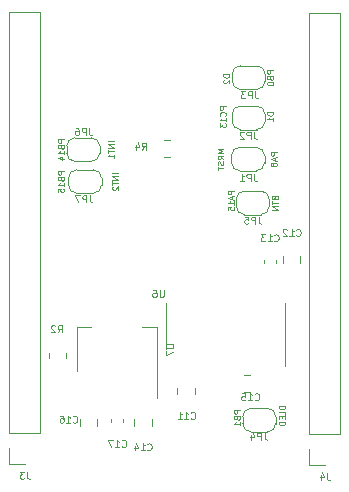
<source format=gbr>
%TF.GenerationSoftware,KiCad,Pcbnew,(5.1.12)-1*%
%TF.CreationDate,2022-08-03T23:35:14+02:00*%
%TF.ProjectId,stm32l-mcu-board,73746d33-326c-42d6-9d63-752d626f6172,rev?*%
%TF.SameCoordinates,Original*%
%TF.FileFunction,Legend,Bot*%
%TF.FilePolarity,Positive*%
%FSLAX46Y46*%
G04 Gerber Fmt 4.6, Leading zero omitted, Abs format (unit mm)*
G04 Created by KiCad (PCBNEW (5.1.12)-1) date 2022-08-03 23:35:14*
%MOMM*%
%LPD*%
G01*
G04 APERTURE LIST*
%ADD10C,0.070000*%
%ADD11C,0.120000*%
G04 APERTURE END LIST*
D10*
X91026190Y-69642857D02*
X90526190Y-69642857D01*
X90526190Y-69833333D01*
X90550000Y-69880952D01*
X90573809Y-69904761D01*
X90621428Y-69928571D01*
X90692857Y-69928571D01*
X90740476Y-69904761D01*
X90764285Y-69880952D01*
X90788095Y-69833333D01*
X90788095Y-69642857D01*
X90764285Y-70309523D02*
X90788095Y-70380952D01*
X90811904Y-70404761D01*
X90859523Y-70428571D01*
X90930952Y-70428571D01*
X90978571Y-70404761D01*
X91002380Y-70380952D01*
X91026190Y-70333333D01*
X91026190Y-70142857D01*
X90526190Y-70142857D01*
X90526190Y-70309523D01*
X90550000Y-70357142D01*
X90573809Y-70380952D01*
X90621428Y-70404761D01*
X90669047Y-70404761D01*
X90716666Y-70380952D01*
X90740476Y-70357142D01*
X90764285Y-70309523D01*
X90764285Y-70142857D01*
X91026190Y-70904761D02*
X91026190Y-70619047D01*
X91026190Y-70761904D02*
X90526190Y-70761904D01*
X90597619Y-70714285D01*
X90645238Y-70666666D01*
X90669047Y-70619047D01*
X90526190Y-71357142D02*
X90526190Y-71119047D01*
X90764285Y-71095238D01*
X90740476Y-71119047D01*
X90716666Y-71166666D01*
X90716666Y-71285714D01*
X90740476Y-71333333D01*
X90764285Y-71357142D01*
X90811904Y-71380952D01*
X90930952Y-71380952D01*
X90978571Y-71357142D01*
X91002380Y-71333333D01*
X91026190Y-71285714D01*
X91026190Y-71166666D01*
X91002380Y-71119047D01*
X90978571Y-71095238D01*
X91026190Y-66942857D02*
X90526190Y-66942857D01*
X90526190Y-67133333D01*
X90550000Y-67180952D01*
X90573809Y-67204761D01*
X90621428Y-67228571D01*
X90692857Y-67228571D01*
X90740476Y-67204761D01*
X90764285Y-67180952D01*
X90788095Y-67133333D01*
X90788095Y-66942857D01*
X90764285Y-67609523D02*
X90788095Y-67680952D01*
X90811904Y-67704761D01*
X90859523Y-67728571D01*
X90930952Y-67728571D01*
X90978571Y-67704761D01*
X91002380Y-67680952D01*
X91026190Y-67633333D01*
X91026190Y-67442857D01*
X90526190Y-67442857D01*
X90526190Y-67609523D01*
X90550000Y-67657142D01*
X90573809Y-67680952D01*
X90621428Y-67704761D01*
X90669047Y-67704761D01*
X90716666Y-67680952D01*
X90740476Y-67657142D01*
X90764285Y-67609523D01*
X90764285Y-67442857D01*
X91026190Y-68204761D02*
X91026190Y-67919047D01*
X91026190Y-68061904D02*
X90526190Y-68061904D01*
X90597619Y-68014285D01*
X90645238Y-67966666D01*
X90669047Y-67919047D01*
X90692857Y-68633333D02*
X91026190Y-68633333D01*
X90502380Y-68514285D02*
X90859523Y-68395238D01*
X90859523Y-68704761D01*
X95226190Y-67109523D02*
X94726190Y-67109523D01*
X95226190Y-67347619D02*
X94726190Y-67347619D01*
X95226190Y-67633333D01*
X94726190Y-67633333D01*
X94726190Y-67800000D02*
X94726190Y-68085714D01*
X95226190Y-67942857D02*
X94726190Y-67942857D01*
X95226190Y-68514285D02*
X95226190Y-68228571D01*
X95226190Y-68371428D02*
X94726190Y-68371428D01*
X94797619Y-68323809D01*
X94845238Y-68276190D01*
X94869047Y-68228571D01*
X95626190Y-69809523D02*
X95126190Y-69809523D01*
X95626190Y-70047619D02*
X95126190Y-70047619D01*
X95626190Y-70333333D01*
X95126190Y-70333333D01*
X95126190Y-70500000D02*
X95126190Y-70785714D01*
X95626190Y-70642857D02*
X95126190Y-70642857D01*
X95173809Y-70928571D02*
X95150000Y-70952380D01*
X95126190Y-71000000D01*
X95126190Y-71119047D01*
X95150000Y-71166666D01*
X95173809Y-71190476D01*
X95221428Y-71214285D01*
X95269047Y-71214285D01*
X95340476Y-71190476D01*
X95626190Y-70904761D01*
X95626190Y-71214285D01*
X105926190Y-89880952D02*
X105426190Y-89880952D01*
X105426190Y-90071428D01*
X105450000Y-90119047D01*
X105473809Y-90142857D01*
X105521428Y-90166666D01*
X105592857Y-90166666D01*
X105640476Y-90142857D01*
X105664285Y-90119047D01*
X105688095Y-90071428D01*
X105688095Y-89880952D01*
X105664285Y-90547619D02*
X105688095Y-90619047D01*
X105711904Y-90642857D01*
X105759523Y-90666666D01*
X105830952Y-90666666D01*
X105878571Y-90642857D01*
X105902380Y-90619047D01*
X105926190Y-90571428D01*
X105926190Y-90380952D01*
X105426190Y-90380952D01*
X105426190Y-90547619D01*
X105450000Y-90595238D01*
X105473809Y-90619047D01*
X105521428Y-90642857D01*
X105569047Y-90642857D01*
X105616666Y-90619047D01*
X105640476Y-90595238D01*
X105664285Y-90547619D01*
X105664285Y-90380952D01*
X105926190Y-91142857D02*
X105926190Y-90857142D01*
X105926190Y-91000000D02*
X105426190Y-91000000D01*
X105497619Y-90952380D01*
X105545238Y-90904761D01*
X105569047Y-90857142D01*
X109726190Y-89490476D02*
X109226190Y-89490476D01*
X109226190Y-89609523D01*
X109250000Y-89680952D01*
X109297619Y-89728571D01*
X109345238Y-89752380D01*
X109440476Y-89776190D01*
X109511904Y-89776190D01*
X109607142Y-89752380D01*
X109654761Y-89728571D01*
X109702380Y-89680952D01*
X109726190Y-89609523D01*
X109726190Y-89490476D01*
X109726190Y-90228571D02*
X109726190Y-89990476D01*
X109226190Y-89990476D01*
X109464285Y-90395238D02*
X109464285Y-90561904D01*
X109726190Y-90633333D02*
X109726190Y-90395238D01*
X109226190Y-90395238D01*
X109226190Y-90633333D01*
X109726190Y-90847619D02*
X109226190Y-90847619D01*
X109226190Y-90966666D01*
X109250000Y-91038095D01*
X109297619Y-91085714D01*
X109345238Y-91109523D01*
X109440476Y-91133333D01*
X109511904Y-91133333D01*
X109607142Y-91109523D01*
X109654761Y-91085714D01*
X109702380Y-91038095D01*
X109726190Y-90966666D01*
X109726190Y-90847619D01*
X105426190Y-71278571D02*
X104926190Y-71278571D01*
X104926190Y-71469047D01*
X104950000Y-71516666D01*
X104973809Y-71540476D01*
X105021428Y-71564285D01*
X105092857Y-71564285D01*
X105140476Y-71540476D01*
X105164285Y-71516666D01*
X105188095Y-71469047D01*
X105188095Y-71278571D01*
X105283333Y-71754761D02*
X105283333Y-71992857D01*
X105426190Y-71707142D02*
X104926190Y-71873809D01*
X105426190Y-72040476D01*
X105426190Y-72469047D02*
X105426190Y-72183333D01*
X105426190Y-72326190D02*
X104926190Y-72326190D01*
X104997619Y-72278571D01*
X105045238Y-72230952D01*
X105069047Y-72183333D01*
X104926190Y-72921428D02*
X104926190Y-72683333D01*
X105164285Y-72659523D01*
X105140476Y-72683333D01*
X105116666Y-72730952D01*
X105116666Y-72850000D01*
X105140476Y-72897619D01*
X105164285Y-72921428D01*
X105211904Y-72945238D01*
X105330952Y-72945238D01*
X105378571Y-72921428D01*
X105402380Y-72897619D01*
X105426190Y-72850000D01*
X105426190Y-72730952D01*
X105402380Y-72683333D01*
X105378571Y-72659523D01*
X108864285Y-71883333D02*
X108888095Y-71954761D01*
X108911904Y-71978571D01*
X108959523Y-72002380D01*
X109030952Y-72002380D01*
X109078571Y-71978571D01*
X109102380Y-71954761D01*
X109126190Y-71907142D01*
X109126190Y-71716666D01*
X108626190Y-71716666D01*
X108626190Y-71883333D01*
X108650000Y-71930952D01*
X108673809Y-71954761D01*
X108721428Y-71978571D01*
X108769047Y-71978571D01*
X108816666Y-71954761D01*
X108840476Y-71930952D01*
X108864285Y-71883333D01*
X108864285Y-71716666D01*
X108626190Y-72145238D02*
X108626190Y-72430952D01*
X109126190Y-72288095D02*
X108626190Y-72288095D01*
X109126190Y-72597619D02*
X108626190Y-72597619D01*
X109126190Y-72883333D01*
X108626190Y-72883333D01*
X104526190Y-67754761D02*
X104026190Y-67754761D01*
X104383333Y-67921428D01*
X104026190Y-68088095D01*
X104526190Y-68088095D01*
X104526190Y-68611904D02*
X104288095Y-68445238D01*
X104526190Y-68326190D02*
X104026190Y-68326190D01*
X104026190Y-68516666D01*
X104050000Y-68564285D01*
X104073809Y-68588095D01*
X104121428Y-68611904D01*
X104192857Y-68611904D01*
X104240476Y-68588095D01*
X104264285Y-68564285D01*
X104288095Y-68516666D01*
X104288095Y-68326190D01*
X104502380Y-68802380D02*
X104526190Y-68873809D01*
X104526190Y-68992857D01*
X104502380Y-69040476D01*
X104478571Y-69064285D01*
X104430952Y-69088095D01*
X104383333Y-69088095D01*
X104335714Y-69064285D01*
X104311904Y-69040476D01*
X104288095Y-68992857D01*
X104264285Y-68897619D01*
X104240476Y-68850000D01*
X104216666Y-68826190D01*
X104169047Y-68802380D01*
X104121428Y-68802380D01*
X104073809Y-68826190D01*
X104050000Y-68850000D01*
X104026190Y-68897619D01*
X104026190Y-69016666D01*
X104050000Y-69088095D01*
X104026190Y-69230952D02*
X104026190Y-69516666D01*
X104526190Y-69373809D02*
X104026190Y-69373809D01*
X109026190Y-68016666D02*
X108526190Y-68016666D01*
X108526190Y-68207142D01*
X108550000Y-68254761D01*
X108573809Y-68278571D01*
X108621428Y-68302380D01*
X108692857Y-68302380D01*
X108740476Y-68278571D01*
X108764285Y-68254761D01*
X108788095Y-68207142D01*
X108788095Y-68016666D01*
X108883333Y-68492857D02*
X108883333Y-68730952D01*
X109026190Y-68445238D02*
X108526190Y-68611904D01*
X109026190Y-68778571D01*
X108740476Y-69016666D02*
X108716666Y-68969047D01*
X108692857Y-68945238D01*
X108645238Y-68921428D01*
X108621428Y-68921428D01*
X108573809Y-68945238D01*
X108550000Y-68969047D01*
X108526190Y-69016666D01*
X108526190Y-69111904D01*
X108550000Y-69159523D01*
X108573809Y-69183333D01*
X108621428Y-69207142D01*
X108645238Y-69207142D01*
X108692857Y-69183333D01*
X108716666Y-69159523D01*
X108740476Y-69111904D01*
X108740476Y-69016666D01*
X108764285Y-68969047D01*
X108788095Y-68945238D01*
X108835714Y-68921428D01*
X108930952Y-68921428D01*
X108978571Y-68945238D01*
X109002380Y-68969047D01*
X109026190Y-69016666D01*
X109026190Y-69111904D01*
X109002380Y-69159523D01*
X108978571Y-69183333D01*
X108930952Y-69207142D01*
X108835714Y-69207142D01*
X108788095Y-69183333D01*
X108764285Y-69159523D01*
X108740476Y-69111904D01*
X104726190Y-64142857D02*
X104226190Y-64142857D01*
X104226190Y-64333333D01*
X104250000Y-64380952D01*
X104273809Y-64404761D01*
X104321428Y-64428571D01*
X104392857Y-64428571D01*
X104440476Y-64404761D01*
X104464285Y-64380952D01*
X104488095Y-64333333D01*
X104488095Y-64142857D01*
X104678571Y-64928571D02*
X104702380Y-64904761D01*
X104726190Y-64833333D01*
X104726190Y-64785714D01*
X104702380Y-64714285D01*
X104654761Y-64666666D01*
X104607142Y-64642857D01*
X104511904Y-64619047D01*
X104440476Y-64619047D01*
X104345238Y-64642857D01*
X104297619Y-64666666D01*
X104250000Y-64714285D01*
X104226190Y-64785714D01*
X104226190Y-64833333D01*
X104250000Y-64904761D01*
X104273809Y-64928571D01*
X104726190Y-65404761D02*
X104726190Y-65119047D01*
X104726190Y-65261904D02*
X104226190Y-65261904D01*
X104297619Y-65214285D01*
X104345238Y-65166666D01*
X104369047Y-65119047D01*
X104226190Y-65571428D02*
X104226190Y-65880952D01*
X104416666Y-65714285D01*
X104416666Y-65785714D01*
X104440476Y-65833333D01*
X104464285Y-65857142D01*
X104511904Y-65880952D01*
X104630952Y-65880952D01*
X104678571Y-65857142D01*
X104702380Y-65833333D01*
X104726190Y-65785714D01*
X104726190Y-65642857D01*
X104702380Y-65595238D01*
X104678571Y-65571428D01*
X108726190Y-64630952D02*
X108226190Y-64630952D01*
X108226190Y-64750000D01*
X108250000Y-64821428D01*
X108297619Y-64869047D01*
X108345238Y-64892857D01*
X108440476Y-64916666D01*
X108511904Y-64916666D01*
X108607142Y-64892857D01*
X108654761Y-64869047D01*
X108702380Y-64821428D01*
X108726190Y-64750000D01*
X108726190Y-64630952D01*
X108726190Y-65392857D02*
X108726190Y-65107142D01*
X108726190Y-65250000D02*
X108226190Y-65250000D01*
X108297619Y-65202380D01*
X108345238Y-65154761D01*
X108369047Y-65107142D01*
X105026190Y-61430952D02*
X104526190Y-61430952D01*
X104526190Y-61550000D01*
X104550000Y-61621428D01*
X104597619Y-61669047D01*
X104645238Y-61692857D01*
X104740476Y-61716666D01*
X104811904Y-61716666D01*
X104907142Y-61692857D01*
X104954761Y-61669047D01*
X105002380Y-61621428D01*
X105026190Y-61550000D01*
X105026190Y-61430952D01*
X104573809Y-61907142D02*
X104550000Y-61930952D01*
X104526190Y-61978571D01*
X104526190Y-62097619D01*
X104550000Y-62145238D01*
X104573809Y-62169047D01*
X104621428Y-62192857D01*
X104669047Y-62192857D01*
X104740476Y-62169047D01*
X105026190Y-61883333D01*
X105026190Y-62192857D01*
X108726190Y-61080952D02*
X108226190Y-61080952D01*
X108226190Y-61271428D01*
X108250000Y-61319047D01*
X108273809Y-61342857D01*
X108321428Y-61366666D01*
X108392857Y-61366666D01*
X108440476Y-61342857D01*
X108464285Y-61319047D01*
X108488095Y-61271428D01*
X108488095Y-61080952D01*
X108464285Y-61747619D02*
X108488095Y-61819047D01*
X108511904Y-61842857D01*
X108559523Y-61866666D01*
X108630952Y-61866666D01*
X108678571Y-61842857D01*
X108702380Y-61819047D01*
X108726190Y-61771428D01*
X108726190Y-61580952D01*
X108226190Y-61580952D01*
X108226190Y-61747619D01*
X108250000Y-61795238D01*
X108273809Y-61819047D01*
X108321428Y-61842857D01*
X108369047Y-61842857D01*
X108416666Y-61819047D01*
X108440476Y-61795238D01*
X108464285Y-61747619D01*
X108464285Y-61580952D01*
X108226190Y-62176190D02*
X108226190Y-62223809D01*
X108250000Y-62271428D01*
X108273809Y-62295238D01*
X108321428Y-62319047D01*
X108416666Y-62342857D01*
X108535714Y-62342857D01*
X108630952Y-62319047D01*
X108678571Y-62295238D01*
X108702380Y-62271428D01*
X108726190Y-62223809D01*
X108726190Y-62176190D01*
X108702380Y-62128571D01*
X108678571Y-62104761D01*
X108630952Y-62080952D01*
X108535714Y-62057142D01*
X108416666Y-62057142D01*
X108321428Y-62080952D01*
X108273809Y-62104761D01*
X108250000Y-62128571D01*
X108226190Y-62176190D01*
D11*
%TO.C,JP7*%
X93500000Y-69500000D02*
X92100000Y-69500000D01*
X91400000Y-70200000D02*
X91400000Y-70800000D01*
X92100000Y-71500000D02*
X93500000Y-71500000D01*
X94200000Y-70800000D02*
X94200000Y-70200000D01*
X94200000Y-70200000D02*
G75*
G03*
X93500000Y-69500000I-700000J0D01*
G01*
X93500000Y-71500000D02*
G75*
G03*
X94200000Y-70800000I0J700000D01*
G01*
X91400000Y-70800000D02*
G75*
G03*
X92100000Y-71500000I700000J0D01*
G01*
X92100000Y-69500000D02*
G75*
G03*
X91400000Y-70200000I0J-700000D01*
G01*
%TO.C,JP6*%
X93350000Y-66800000D02*
X91950000Y-66800000D01*
X91250000Y-67500000D02*
X91250000Y-68100000D01*
X91950000Y-68800000D02*
X93350000Y-68800000D01*
X94050000Y-68100000D02*
X94050000Y-67500000D01*
X94050000Y-67500000D02*
G75*
G03*
X93350000Y-66800000I-700000J0D01*
G01*
X93350000Y-68800000D02*
G75*
G03*
X94050000Y-68100000I0J700000D01*
G01*
X91250000Y-68100000D02*
G75*
G03*
X91950000Y-68800000I700000J0D01*
G01*
X91950000Y-66800000D02*
G75*
G03*
X91250000Y-67500000I0J-700000D01*
G01*
%TO.C,JP5*%
X105600000Y-72000000D02*
X105600000Y-72600000D01*
X107700000Y-71300000D02*
X106300000Y-71300000D01*
X108400000Y-72600000D02*
X108400000Y-72000000D01*
X106300000Y-73300000D02*
X107700000Y-73300000D01*
X105600000Y-72600000D02*
G75*
G03*
X106300000Y-73300000I700000J0D01*
G01*
X106300000Y-71300000D02*
G75*
G03*
X105600000Y-72000000I0J-700000D01*
G01*
X108400000Y-72000000D02*
G75*
G03*
X107700000Y-71300000I-700000J0D01*
G01*
X107700000Y-73300000D02*
G75*
G03*
X108400000Y-72600000I0J700000D01*
G01*
%TO.C,JP4*%
X106850000Y-91700000D02*
X108250000Y-91700000D01*
X108950000Y-91000000D02*
X108950000Y-90400000D01*
X108250000Y-89700000D02*
X106850000Y-89700000D01*
X106150000Y-90400000D02*
X106150000Y-91000000D01*
X106150000Y-91000000D02*
G75*
G03*
X106850000Y-91700000I700000J0D01*
G01*
X106850000Y-89700000D02*
G75*
G03*
X106150000Y-90400000I0J-700000D01*
G01*
X108950000Y-90400000D02*
G75*
G03*
X108250000Y-89700000I-700000J0D01*
G01*
X108250000Y-91700000D02*
G75*
G03*
X108950000Y-91000000I0J700000D01*
G01*
%TO.C,U7*%
X92090000Y-82790000D02*
X93350000Y-82790000D01*
X98910000Y-82790000D02*
X97650000Y-82790000D01*
X92090000Y-86550000D02*
X92090000Y-82790000D01*
X98910000Y-88800000D02*
X98910000Y-82790000D01*
%TO.C,JP3*%
X108050000Y-62000000D02*
X108050000Y-61400000D01*
X105950000Y-62700000D02*
X107350000Y-62700000D01*
X105250000Y-61400000D02*
X105250000Y-62000000D01*
X107350000Y-60700000D02*
X105950000Y-60700000D01*
X108050000Y-61400000D02*
G75*
G03*
X107350000Y-60700000I-700000J0D01*
G01*
X107350000Y-62700000D02*
G75*
G03*
X108050000Y-62000000I0J700000D01*
G01*
X105250000Y-62000000D02*
G75*
G03*
X105950000Y-62700000I700000J0D01*
G01*
X105950000Y-60700000D02*
G75*
G03*
X105250000Y-61400000I0J-700000D01*
G01*
%TO.C,JP2*%
X105250000Y-64800000D02*
X105250000Y-65400000D01*
X107350000Y-64100000D02*
X105950000Y-64100000D01*
X108050000Y-65400000D02*
X108050000Y-64800000D01*
X105950000Y-66100000D02*
X107350000Y-66100000D01*
X105250000Y-65400000D02*
G75*
G03*
X105950000Y-66100000I700000J0D01*
G01*
X105950000Y-64100000D02*
G75*
G03*
X105250000Y-64800000I0J-700000D01*
G01*
X108050000Y-64800000D02*
G75*
G03*
X107350000Y-64100000I-700000J0D01*
G01*
X107350000Y-66100000D02*
G75*
G03*
X108050000Y-65400000I0J700000D01*
G01*
%TO.C,JP1*%
X105900000Y-69600000D02*
X107300000Y-69600000D01*
X108000000Y-68900000D02*
X108000000Y-68300000D01*
X107300000Y-67600000D02*
X105900000Y-67600000D01*
X105200000Y-68300000D02*
X105200000Y-68900000D01*
X105200000Y-68900000D02*
G75*
G03*
X105900000Y-69600000I700000J0D01*
G01*
X105900000Y-67600000D02*
G75*
G03*
X105200000Y-68300000I0J-700000D01*
G01*
X108000000Y-68300000D02*
G75*
G03*
X107300000Y-67600000I-700000J0D01*
G01*
X107300000Y-69600000D02*
G75*
G03*
X108000000Y-68900000I0J700000D01*
G01*
%TO.C,C11*%
X100615000Y-87988748D02*
X100615000Y-88511252D01*
X102085000Y-87988748D02*
X102085000Y-88511252D01*
%TO.C,C13*%
X107990000Y-77440580D02*
X107990000Y-77159420D01*
X109010000Y-77440580D02*
X109010000Y-77159420D01*
%TO.C,U6*%
X109760000Y-82700000D02*
X109760000Y-86150000D01*
X109760000Y-82700000D02*
X109760000Y-80750000D01*
X99640000Y-82700000D02*
X99640000Y-84650000D01*
X99640000Y-82700000D02*
X99640000Y-80750000D01*
%TO.C,C15*%
X106288748Y-86865000D02*
X106811252Y-86865000D01*
X106288748Y-88335000D02*
X106811252Y-88335000D01*
%TO.C,C12*%
X111035000Y-76838748D02*
X111035000Y-77361252D01*
X109565000Y-76838748D02*
X109565000Y-77361252D01*
%TO.C,R4*%
X99964564Y-68435000D02*
X99510436Y-68435000D01*
X99964564Y-66965000D02*
X99510436Y-66965000D01*
%TO.C,R2*%
X89715000Y-85477064D02*
X89715000Y-85022936D01*
X91185000Y-85477064D02*
X91185000Y-85022936D01*
%TO.C,J4*%
X111770000Y-94490000D02*
X113100000Y-94490000D01*
X111770000Y-93160000D02*
X111770000Y-94490000D01*
X111770000Y-91890000D02*
X114430000Y-91890000D01*
X114430000Y-91890000D02*
X114430000Y-56270000D01*
X111770000Y-91890000D02*
X111770000Y-56270000D01*
X111770000Y-56270000D02*
X114430000Y-56270000D01*
%TO.C,J3*%
X86370000Y-94390000D02*
X87700000Y-94390000D01*
X86370000Y-93060000D02*
X86370000Y-94390000D01*
X86370000Y-91790000D02*
X89030000Y-91790000D01*
X89030000Y-91790000D02*
X89030000Y-56170000D01*
X86370000Y-91790000D02*
X86370000Y-56170000D01*
X86370000Y-56170000D02*
X89030000Y-56170000D01*
%TO.C,C17*%
X96010000Y-90865580D02*
X96010000Y-90584420D01*
X94990000Y-90865580D02*
X94990000Y-90584420D01*
%TO.C,C16*%
X92365000Y-90638748D02*
X92365000Y-91161252D01*
X93835000Y-90638748D02*
X93835000Y-91161252D01*
%TO.C,C14*%
X96965000Y-90638748D02*
X96965000Y-91161252D01*
X98435000Y-90638748D02*
X98435000Y-91161252D01*
%TO.C,JP7*%
D10*
X93200000Y-71671428D02*
X93200000Y-72100000D01*
X93228571Y-72185714D01*
X93285714Y-72242857D01*
X93371428Y-72271428D01*
X93428571Y-72271428D01*
X92914285Y-72271428D02*
X92914285Y-71671428D01*
X92685714Y-71671428D01*
X92628571Y-71700000D01*
X92600000Y-71728571D01*
X92571428Y-71785714D01*
X92571428Y-71871428D01*
X92600000Y-71928571D01*
X92628571Y-71957142D01*
X92685714Y-71985714D01*
X92914285Y-71985714D01*
X92371428Y-71671428D02*
X91971428Y-71671428D01*
X92228571Y-72271428D01*
%TO.C,JP6*%
X93150000Y-65971428D02*
X93150000Y-66400000D01*
X93178571Y-66485714D01*
X93235714Y-66542857D01*
X93321428Y-66571428D01*
X93378571Y-66571428D01*
X92864285Y-66571428D02*
X92864285Y-65971428D01*
X92635714Y-65971428D01*
X92578571Y-66000000D01*
X92550000Y-66028571D01*
X92521428Y-66085714D01*
X92521428Y-66171428D01*
X92550000Y-66228571D01*
X92578571Y-66257142D01*
X92635714Y-66285714D01*
X92864285Y-66285714D01*
X92007142Y-65971428D02*
X92121428Y-65971428D01*
X92178571Y-66000000D01*
X92207142Y-66028571D01*
X92264285Y-66114285D01*
X92292857Y-66228571D01*
X92292857Y-66457142D01*
X92264285Y-66514285D01*
X92235714Y-66542857D01*
X92178571Y-66571428D01*
X92064285Y-66571428D01*
X92007142Y-66542857D01*
X91978571Y-66514285D01*
X91950000Y-66457142D01*
X91950000Y-66314285D01*
X91978571Y-66257142D01*
X92007142Y-66228571D01*
X92064285Y-66200000D01*
X92178571Y-66200000D01*
X92235714Y-66228571D01*
X92264285Y-66257142D01*
X92292857Y-66314285D01*
%TO.C,JP5*%
X107500000Y-73471428D02*
X107500000Y-73900000D01*
X107528571Y-73985714D01*
X107585714Y-74042857D01*
X107671428Y-74071428D01*
X107728571Y-74071428D01*
X107214285Y-74071428D02*
X107214285Y-73471428D01*
X106985714Y-73471428D01*
X106928571Y-73500000D01*
X106900000Y-73528571D01*
X106871428Y-73585714D01*
X106871428Y-73671428D01*
X106900000Y-73728571D01*
X106928571Y-73757142D01*
X106985714Y-73785714D01*
X107214285Y-73785714D01*
X106328571Y-73471428D02*
X106614285Y-73471428D01*
X106642857Y-73757142D01*
X106614285Y-73728571D01*
X106557142Y-73700000D01*
X106414285Y-73700000D01*
X106357142Y-73728571D01*
X106328571Y-73757142D01*
X106300000Y-73814285D01*
X106300000Y-73957142D01*
X106328571Y-74014285D01*
X106357142Y-74042857D01*
X106414285Y-74071428D01*
X106557142Y-74071428D01*
X106614285Y-74042857D01*
X106642857Y-74014285D01*
%TO.C,JP4*%
X108000000Y-91771428D02*
X108000000Y-92200000D01*
X108028571Y-92285714D01*
X108085714Y-92342857D01*
X108171428Y-92371428D01*
X108228571Y-92371428D01*
X107714285Y-92371428D02*
X107714285Y-91771428D01*
X107485714Y-91771428D01*
X107428571Y-91800000D01*
X107400000Y-91828571D01*
X107371428Y-91885714D01*
X107371428Y-91971428D01*
X107400000Y-92028571D01*
X107428571Y-92057142D01*
X107485714Y-92085714D01*
X107714285Y-92085714D01*
X106857142Y-91971428D02*
X106857142Y-92371428D01*
X107000000Y-91742857D02*
X107142857Y-92171428D01*
X106771428Y-92171428D01*
%TO.C,U7*%
X99671428Y-84242857D02*
X100157142Y-84242857D01*
X100214285Y-84271428D01*
X100242857Y-84300000D01*
X100271428Y-84357142D01*
X100271428Y-84471428D01*
X100242857Y-84528571D01*
X100214285Y-84557142D01*
X100157142Y-84585714D01*
X99671428Y-84585714D01*
X99671428Y-84814285D02*
X99671428Y-85214285D01*
X100271428Y-84957142D01*
%TO.C,JP3*%
X107200000Y-62871428D02*
X107200000Y-63300000D01*
X107228571Y-63385714D01*
X107285714Y-63442857D01*
X107371428Y-63471428D01*
X107428571Y-63471428D01*
X106914285Y-63471428D02*
X106914285Y-62871428D01*
X106685714Y-62871428D01*
X106628571Y-62900000D01*
X106600000Y-62928571D01*
X106571428Y-62985714D01*
X106571428Y-63071428D01*
X106600000Y-63128571D01*
X106628571Y-63157142D01*
X106685714Y-63185714D01*
X106914285Y-63185714D01*
X106371428Y-62871428D02*
X106000000Y-62871428D01*
X106200000Y-63100000D01*
X106114285Y-63100000D01*
X106057142Y-63128571D01*
X106028571Y-63157142D01*
X106000000Y-63214285D01*
X106000000Y-63357142D01*
X106028571Y-63414285D01*
X106057142Y-63442857D01*
X106114285Y-63471428D01*
X106285714Y-63471428D01*
X106342857Y-63442857D01*
X106371428Y-63414285D01*
%TO.C,JP2*%
X107100000Y-66271428D02*
X107100000Y-66700000D01*
X107128571Y-66785714D01*
X107185714Y-66842857D01*
X107271428Y-66871428D01*
X107328571Y-66871428D01*
X106814285Y-66871428D02*
X106814285Y-66271428D01*
X106585714Y-66271428D01*
X106528571Y-66300000D01*
X106500000Y-66328571D01*
X106471428Y-66385714D01*
X106471428Y-66471428D01*
X106500000Y-66528571D01*
X106528571Y-66557142D01*
X106585714Y-66585714D01*
X106814285Y-66585714D01*
X106242857Y-66328571D02*
X106214285Y-66300000D01*
X106157142Y-66271428D01*
X106014285Y-66271428D01*
X105957142Y-66300000D01*
X105928571Y-66328571D01*
X105900000Y-66385714D01*
X105900000Y-66442857D01*
X105928571Y-66528571D01*
X106271428Y-66871428D01*
X105900000Y-66871428D01*
%TO.C,JP1*%
X107100000Y-69871428D02*
X107100000Y-70300000D01*
X107128571Y-70385714D01*
X107185714Y-70442857D01*
X107271428Y-70471428D01*
X107328571Y-70471428D01*
X106814285Y-70471428D02*
X106814285Y-69871428D01*
X106585714Y-69871428D01*
X106528571Y-69900000D01*
X106500000Y-69928571D01*
X106471428Y-69985714D01*
X106471428Y-70071428D01*
X106500000Y-70128571D01*
X106528571Y-70157142D01*
X106585714Y-70185714D01*
X106814285Y-70185714D01*
X105900000Y-70471428D02*
X106242857Y-70471428D01*
X106071428Y-70471428D02*
X106071428Y-69871428D01*
X106128571Y-69957142D01*
X106185714Y-70014285D01*
X106242857Y-70042857D01*
%TO.C,C11*%
X101785714Y-90564285D02*
X101814285Y-90592857D01*
X101900000Y-90621428D01*
X101957142Y-90621428D01*
X102042857Y-90592857D01*
X102100000Y-90535714D01*
X102128571Y-90478571D01*
X102157142Y-90364285D01*
X102157142Y-90278571D01*
X102128571Y-90164285D01*
X102100000Y-90107142D01*
X102042857Y-90050000D01*
X101957142Y-90021428D01*
X101900000Y-90021428D01*
X101814285Y-90050000D01*
X101785714Y-90078571D01*
X101214285Y-90621428D02*
X101557142Y-90621428D01*
X101385714Y-90621428D02*
X101385714Y-90021428D01*
X101442857Y-90107142D01*
X101500000Y-90164285D01*
X101557142Y-90192857D01*
X100642857Y-90621428D02*
X100985714Y-90621428D01*
X100814285Y-90621428D02*
X100814285Y-90021428D01*
X100871428Y-90107142D01*
X100928571Y-90164285D01*
X100985714Y-90192857D01*
%TO.C,C13*%
X108835714Y-75514285D02*
X108864285Y-75542857D01*
X108950000Y-75571428D01*
X109007142Y-75571428D01*
X109092857Y-75542857D01*
X109150000Y-75485714D01*
X109178571Y-75428571D01*
X109207142Y-75314285D01*
X109207142Y-75228571D01*
X109178571Y-75114285D01*
X109150000Y-75057142D01*
X109092857Y-75000000D01*
X109007142Y-74971428D01*
X108950000Y-74971428D01*
X108864285Y-75000000D01*
X108835714Y-75028571D01*
X108264285Y-75571428D02*
X108607142Y-75571428D01*
X108435714Y-75571428D02*
X108435714Y-74971428D01*
X108492857Y-75057142D01*
X108550000Y-75114285D01*
X108607142Y-75142857D01*
X108064285Y-74971428D02*
X107692857Y-74971428D01*
X107892857Y-75200000D01*
X107807142Y-75200000D01*
X107750000Y-75228571D01*
X107721428Y-75257142D01*
X107692857Y-75314285D01*
X107692857Y-75457142D01*
X107721428Y-75514285D01*
X107750000Y-75542857D01*
X107807142Y-75571428D01*
X107978571Y-75571428D01*
X108035714Y-75542857D01*
X108064285Y-75514285D01*
%TO.C,U6*%
X99457142Y-79671428D02*
X99457142Y-80157142D01*
X99428571Y-80214285D01*
X99400000Y-80242857D01*
X99342857Y-80271428D01*
X99228571Y-80271428D01*
X99171428Y-80242857D01*
X99142857Y-80214285D01*
X99114285Y-80157142D01*
X99114285Y-79671428D01*
X98571428Y-79671428D02*
X98685714Y-79671428D01*
X98742857Y-79700000D01*
X98771428Y-79728571D01*
X98828571Y-79814285D01*
X98857142Y-79928571D01*
X98857142Y-80157142D01*
X98828571Y-80214285D01*
X98800000Y-80242857D01*
X98742857Y-80271428D01*
X98628571Y-80271428D01*
X98571428Y-80242857D01*
X98542857Y-80214285D01*
X98514285Y-80157142D01*
X98514285Y-80014285D01*
X98542857Y-79957142D01*
X98571428Y-79928571D01*
X98628571Y-79900000D01*
X98742857Y-79900000D01*
X98800000Y-79928571D01*
X98828571Y-79957142D01*
X98857142Y-80014285D01*
%TO.C,C15*%
X107185714Y-88964285D02*
X107214285Y-88992857D01*
X107300000Y-89021428D01*
X107357142Y-89021428D01*
X107442857Y-88992857D01*
X107500000Y-88935714D01*
X107528571Y-88878571D01*
X107557142Y-88764285D01*
X107557142Y-88678571D01*
X107528571Y-88564285D01*
X107500000Y-88507142D01*
X107442857Y-88450000D01*
X107357142Y-88421428D01*
X107300000Y-88421428D01*
X107214285Y-88450000D01*
X107185714Y-88478571D01*
X106614285Y-89021428D02*
X106957142Y-89021428D01*
X106785714Y-89021428D02*
X106785714Y-88421428D01*
X106842857Y-88507142D01*
X106900000Y-88564285D01*
X106957142Y-88592857D01*
X106071428Y-88421428D02*
X106357142Y-88421428D01*
X106385714Y-88707142D01*
X106357142Y-88678571D01*
X106300000Y-88650000D01*
X106157142Y-88650000D01*
X106100000Y-88678571D01*
X106071428Y-88707142D01*
X106042857Y-88764285D01*
X106042857Y-88907142D01*
X106071428Y-88964285D01*
X106100000Y-88992857D01*
X106157142Y-89021428D01*
X106300000Y-89021428D01*
X106357142Y-88992857D01*
X106385714Y-88964285D01*
%TO.C,C12*%
X110685714Y-75064285D02*
X110714285Y-75092857D01*
X110800000Y-75121428D01*
X110857142Y-75121428D01*
X110942857Y-75092857D01*
X111000000Y-75035714D01*
X111028571Y-74978571D01*
X111057142Y-74864285D01*
X111057142Y-74778571D01*
X111028571Y-74664285D01*
X111000000Y-74607142D01*
X110942857Y-74550000D01*
X110857142Y-74521428D01*
X110800000Y-74521428D01*
X110714285Y-74550000D01*
X110685714Y-74578571D01*
X110114285Y-75121428D02*
X110457142Y-75121428D01*
X110285714Y-75121428D02*
X110285714Y-74521428D01*
X110342857Y-74607142D01*
X110400000Y-74664285D01*
X110457142Y-74692857D01*
X109885714Y-74578571D02*
X109857142Y-74550000D01*
X109800000Y-74521428D01*
X109657142Y-74521428D01*
X109600000Y-74550000D01*
X109571428Y-74578571D01*
X109542857Y-74635714D01*
X109542857Y-74692857D01*
X109571428Y-74778571D01*
X109914285Y-75121428D01*
X109542857Y-75121428D01*
%TO.C,R4*%
X97625000Y-67821428D02*
X97825000Y-67535714D01*
X97967857Y-67821428D02*
X97967857Y-67221428D01*
X97739285Y-67221428D01*
X97682142Y-67250000D01*
X97653571Y-67278571D01*
X97625000Y-67335714D01*
X97625000Y-67421428D01*
X97653571Y-67478571D01*
X97682142Y-67507142D01*
X97739285Y-67535714D01*
X97967857Y-67535714D01*
X97110714Y-67421428D02*
X97110714Y-67821428D01*
X97253571Y-67192857D02*
X97396428Y-67621428D01*
X97025000Y-67621428D01*
%TO.C,R2*%
X90500000Y-83271428D02*
X90700000Y-82985714D01*
X90842857Y-83271428D02*
X90842857Y-82671428D01*
X90614285Y-82671428D01*
X90557142Y-82700000D01*
X90528571Y-82728571D01*
X90500000Y-82785714D01*
X90500000Y-82871428D01*
X90528571Y-82928571D01*
X90557142Y-82957142D01*
X90614285Y-82985714D01*
X90842857Y-82985714D01*
X90271428Y-82728571D02*
X90242857Y-82700000D01*
X90185714Y-82671428D01*
X90042857Y-82671428D01*
X89985714Y-82700000D01*
X89957142Y-82728571D01*
X89928571Y-82785714D01*
X89928571Y-82842857D01*
X89957142Y-82928571D01*
X90300000Y-83271428D01*
X89928571Y-83271428D01*
%TO.C,J4*%
X113300000Y-95161428D02*
X113300000Y-95590000D01*
X113328571Y-95675714D01*
X113385714Y-95732857D01*
X113471428Y-95761428D01*
X113528571Y-95761428D01*
X112757142Y-95361428D02*
X112757142Y-95761428D01*
X112900000Y-95132857D02*
X113042857Y-95561428D01*
X112671428Y-95561428D01*
%TO.C,J3*%
X87900000Y-95061428D02*
X87900000Y-95490000D01*
X87928571Y-95575714D01*
X87985714Y-95632857D01*
X88071428Y-95661428D01*
X88128571Y-95661428D01*
X87671428Y-95061428D02*
X87300000Y-95061428D01*
X87500000Y-95290000D01*
X87414285Y-95290000D01*
X87357142Y-95318571D01*
X87328571Y-95347142D01*
X87300000Y-95404285D01*
X87300000Y-95547142D01*
X87328571Y-95604285D01*
X87357142Y-95632857D01*
X87414285Y-95661428D01*
X87585714Y-95661428D01*
X87642857Y-95632857D01*
X87671428Y-95604285D01*
%TO.C,C17*%
X95935714Y-92914285D02*
X95964285Y-92942857D01*
X96050000Y-92971428D01*
X96107142Y-92971428D01*
X96192857Y-92942857D01*
X96250000Y-92885714D01*
X96278571Y-92828571D01*
X96307142Y-92714285D01*
X96307142Y-92628571D01*
X96278571Y-92514285D01*
X96250000Y-92457142D01*
X96192857Y-92400000D01*
X96107142Y-92371428D01*
X96050000Y-92371428D01*
X95964285Y-92400000D01*
X95935714Y-92428571D01*
X95364285Y-92971428D02*
X95707142Y-92971428D01*
X95535714Y-92971428D02*
X95535714Y-92371428D01*
X95592857Y-92457142D01*
X95650000Y-92514285D01*
X95707142Y-92542857D01*
X95164285Y-92371428D02*
X94764285Y-92371428D01*
X95021428Y-92971428D01*
%TO.C,C16*%
X91785714Y-90864285D02*
X91814285Y-90892857D01*
X91900000Y-90921428D01*
X91957142Y-90921428D01*
X92042857Y-90892857D01*
X92100000Y-90835714D01*
X92128571Y-90778571D01*
X92157142Y-90664285D01*
X92157142Y-90578571D01*
X92128571Y-90464285D01*
X92100000Y-90407142D01*
X92042857Y-90350000D01*
X91957142Y-90321428D01*
X91900000Y-90321428D01*
X91814285Y-90350000D01*
X91785714Y-90378571D01*
X91214285Y-90921428D02*
X91557142Y-90921428D01*
X91385714Y-90921428D02*
X91385714Y-90321428D01*
X91442857Y-90407142D01*
X91500000Y-90464285D01*
X91557142Y-90492857D01*
X90700000Y-90321428D02*
X90814285Y-90321428D01*
X90871428Y-90350000D01*
X90900000Y-90378571D01*
X90957142Y-90464285D01*
X90985714Y-90578571D01*
X90985714Y-90807142D01*
X90957142Y-90864285D01*
X90928571Y-90892857D01*
X90871428Y-90921428D01*
X90757142Y-90921428D01*
X90700000Y-90892857D01*
X90671428Y-90864285D01*
X90642857Y-90807142D01*
X90642857Y-90664285D01*
X90671428Y-90607142D01*
X90700000Y-90578571D01*
X90757142Y-90550000D01*
X90871428Y-90550000D01*
X90928571Y-90578571D01*
X90957142Y-90607142D01*
X90985714Y-90664285D01*
%TO.C,C14*%
X98085714Y-93214285D02*
X98114285Y-93242857D01*
X98200000Y-93271428D01*
X98257142Y-93271428D01*
X98342857Y-93242857D01*
X98400000Y-93185714D01*
X98428571Y-93128571D01*
X98457142Y-93014285D01*
X98457142Y-92928571D01*
X98428571Y-92814285D01*
X98400000Y-92757142D01*
X98342857Y-92700000D01*
X98257142Y-92671428D01*
X98200000Y-92671428D01*
X98114285Y-92700000D01*
X98085714Y-92728571D01*
X97514285Y-93271428D02*
X97857142Y-93271428D01*
X97685714Y-93271428D02*
X97685714Y-92671428D01*
X97742857Y-92757142D01*
X97800000Y-92814285D01*
X97857142Y-92842857D01*
X97000000Y-92871428D02*
X97000000Y-93271428D01*
X97142857Y-92642857D02*
X97285714Y-93071428D01*
X96914285Y-93071428D01*
%TD*%
M02*

</source>
